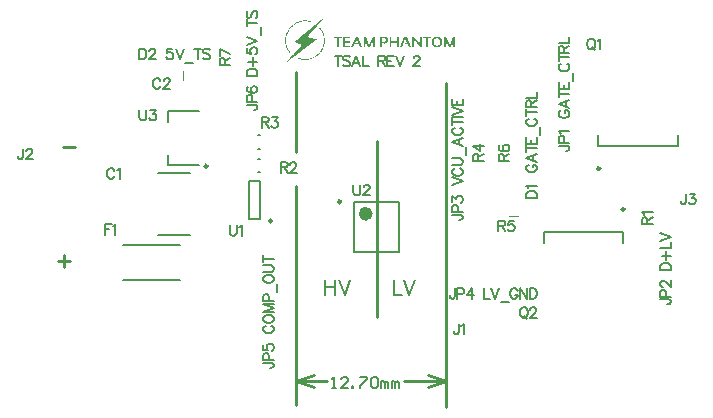
<source format=gto>
G04*
G04 #@! TF.GenerationSoftware,Altium Limited,Altium Designer,18.1.11 (251)*
G04*
G04 Layer_Color=65535*
%FSLAX25Y25*%
%MOIN*%
G70*
G01*
G75*
%ADD10C,0.00984*%
%ADD11C,0.02362*%
%ADD12C,0.00787*%
%ADD13C,0.00197*%
%ADD14C,0.01000*%
%ADD15C,0.00650*%
G36*
X101051Y130228D02*
X101148Y130214D01*
X101273D01*
X101398Y130186D01*
X101551Y130172D01*
X101870Y130117D01*
X102231Y130033D01*
X102620Y129922D01*
X103008Y129783D01*
X102911Y129520D01*
X102897D01*
X102869Y129534D01*
X102814Y129561D01*
X102731Y129575D01*
X102647Y129617D01*
X102536Y129645D01*
X102411Y129686D01*
X102272Y129714D01*
X101967Y129797D01*
X101620Y129867D01*
X101245Y129908D01*
X100857Y129936D01*
X100482D01*
X100357Y129922D01*
X100218D01*
X99899Y129894D01*
X99566Y129853D01*
X99205Y129783D01*
X98830Y129686D01*
X98816D01*
X98789Y129672D01*
X98733Y129659D01*
X98664Y129631D01*
X98580Y129603D01*
X98483Y129561D01*
X98233Y129464D01*
X97956Y129339D01*
X97650Y129187D01*
X97331Y129006D01*
X96998Y128798D01*
X96984D01*
X96956Y128770D01*
X96915Y128743D01*
X96859Y128687D01*
X96693Y128562D01*
X96498Y128382D01*
X96262Y128173D01*
X96013Y127910D01*
X95763Y127632D01*
X95513Y127313D01*
Y127299D01*
X95485Y127271D01*
X95457Y127230D01*
X95416Y127160D01*
X95360Y127077D01*
X95305Y126994D01*
X95235Y126883D01*
X95166Y126758D01*
X95013Y126480D01*
X94861Y126161D01*
X94708Y125814D01*
X94583Y125439D01*
Y125425D01*
X94569Y125397D01*
X94555Y125342D01*
X94541Y125259D01*
X94514Y125175D01*
X94486Y125064D01*
X94472Y124939D01*
X94444Y124801D01*
X94389Y124495D01*
X94347Y124162D01*
X94319Y123787D01*
Y123413D01*
Y123399D01*
Y123371D01*
Y123315D01*
X94333Y123246D01*
X94347Y123149D01*
Y123038D01*
X94361Y122913D01*
X94389Y122788D01*
X94430Y122483D01*
X94514Y122136D01*
X94597Y121789D01*
X94722Y121414D01*
Y121400D01*
X94736Y121372D01*
X94763Y121317D01*
X94791Y121247D01*
X94833Y121164D01*
X94874Y121053D01*
X94999Y120817D01*
X95138Y120539D01*
X95319Y120234D01*
X95541Y119915D01*
X95777Y119596D01*
X95541Y119429D01*
Y119415D01*
X95527Y119429D01*
X95513Y119457D01*
X95471Y119498D01*
X95430Y119568D01*
X95360Y119651D01*
X95291Y119748D01*
X95221Y119859D01*
X95138Y119984D01*
X94958Y120262D01*
X94777Y120581D01*
X94597Y120942D01*
X94444Y121317D01*
Y121331D01*
X94430Y121358D01*
X94416Y121414D01*
X94389Y121497D01*
X94361Y121580D01*
X94319Y121691D01*
X94292Y121816D01*
X94250Y121955D01*
X94180Y122274D01*
X94111Y122621D01*
X94055Y122996D01*
X94028Y123399D01*
Y123413D01*
Y123440D01*
Y123510D01*
Y123579D01*
Y123676D01*
X94042Y123787D01*
Y123926D01*
X94055Y124065D01*
X94083Y124384D01*
X94139Y124745D01*
X94208Y125134D01*
X94305Y125522D01*
Y125536D01*
X94319Y125564D01*
X94333Y125619D01*
X94361Y125703D01*
X94402Y125786D01*
X94430Y125897D01*
X94486Y126022D01*
X94541Y126161D01*
X94680Y126466D01*
X94833Y126799D01*
X95041Y127146D01*
X95263Y127493D01*
X95277Y127507D01*
X95291Y127535D01*
X95332Y127577D01*
X95388Y127646D01*
X95443Y127729D01*
X95527Y127813D01*
X95707Y128035D01*
X95943Y128271D01*
X96207Y128520D01*
X96512Y128784D01*
X96832Y129020D01*
X96845Y129034D01*
X96873Y129048D01*
X96929Y129076D01*
X96984Y129131D01*
X97067Y129173D01*
X97165Y129242D01*
X97290Y129312D01*
X97414Y129381D01*
X97692Y129534D01*
X98025Y129686D01*
X98372Y129839D01*
X98747Y129964D01*
X98761D01*
X98789Y129978D01*
X98844Y129992D01*
X98927Y130006D01*
X99025Y130033D01*
X99136Y130061D01*
X99260Y130089D01*
X99399Y130117D01*
X99719Y130172D01*
X100079Y130214D01*
X100468Y130242D01*
X100982D01*
X101051Y130228D01*
D02*
G37*
G36*
X131851Y121261D02*
X131212D01*
Y122760D01*
X129463D01*
Y121261D01*
X128811D01*
Y124801D01*
X129463D01*
Y123329D01*
X131212D01*
Y124801D01*
X131851D01*
Y121261D01*
D02*
G37*
G36*
X127479Y124787D02*
X127603Y124773D01*
X127728Y124745D01*
X127867Y124689D01*
X127992Y124634D01*
X128103Y124551D01*
X128117Y124537D01*
X128145Y124509D01*
X128186Y124440D01*
X128242Y124370D01*
X128297Y124259D01*
X128339Y124134D01*
X128367Y123982D01*
X128381Y123801D01*
Y123773D01*
Y123718D01*
X128367Y123607D01*
X128339Y123496D01*
X128284Y123357D01*
X128228Y123204D01*
X128131Y123066D01*
X128006Y122927D01*
X127992Y122913D01*
X127937Y122871D01*
X127853Y122816D01*
X127728Y122746D01*
X127576Y122677D01*
X127381Y122608D01*
X127159Y122538D01*
X126896Y122496D01*
X126798Y123066D01*
X126812D01*
X126868Y123079D01*
X126951Y123107D01*
X127048Y123135D01*
X127270Y123218D01*
X127367Y123274D01*
X127465Y123329D01*
X127479Y123343D01*
X127506Y123357D01*
X127534Y123399D01*
X127590Y123454D01*
X127659Y123593D01*
X127687Y123676D01*
X127701Y123773D01*
Y123787D01*
Y123815D01*
X127687Y123898D01*
X127659Y123995D01*
X127590Y124093D01*
X127576Y124107D01*
X127506Y124148D01*
X127409Y124190D01*
X127257Y124204D01*
X126368D01*
Y121261D01*
X125716D01*
Y124801D01*
X127381D01*
X127479Y124787D01*
D02*
G37*
G36*
X139596Y121261D02*
X138957D01*
X137083Y123884D01*
Y121261D01*
X136445D01*
Y124801D01*
X137111D01*
X138971Y122219D01*
Y124801D01*
X139596D01*
Y121261D01*
D02*
G37*
G36*
X150741D02*
X150131D01*
Y123732D01*
X149173Y121261D01*
X148618D01*
X147646Y123732D01*
Y121261D01*
X147036D01*
Y124801D01*
X147716D01*
X148909Y122122D01*
X150089Y124801D01*
X150741D01*
Y121261D01*
D02*
G37*
G36*
X123856D02*
X123259D01*
Y123732D01*
X122287Y121261D01*
X121732D01*
X120761Y123732D01*
Y121261D01*
X120150D01*
Y124801D01*
X120844D01*
X122024Y122122D01*
X123204Y124801D01*
X123856D01*
Y121261D01*
D02*
G37*
G36*
X142649Y124232D02*
X141650D01*
Y121261D01*
X140984D01*
Y124232D01*
X139971D01*
Y124801D01*
X142649D01*
Y124232D01*
D02*
G37*
G36*
X136029Y121261D02*
X135321D01*
X134918Y122219D01*
X133738D01*
X133974Y122788D01*
X134682D01*
X134127Y124120D01*
X132961Y121261D01*
X132295D01*
X133780Y124801D01*
X134488D01*
X136029Y121261D01*
D02*
G37*
G36*
X119734D02*
X119026D01*
X118623Y122219D01*
X117443D01*
X117665Y122788D01*
X118387D01*
X117832Y124120D01*
X116652Y121261D01*
X116000D01*
X117485Y124801D01*
X118193D01*
X119734Y121261D01*
D02*
G37*
G36*
X115667Y124232D02*
X113890D01*
Y123343D01*
X115569D01*
Y122760D01*
X113890D01*
Y121830D01*
X115694D01*
Y121261D01*
X113252D01*
Y124801D01*
X115667D01*
Y124232D01*
D02*
G37*
G36*
X112877D02*
X111850D01*
Y121261D01*
X111211D01*
Y124232D01*
X110198D01*
Y124801D01*
X112877D01*
Y124232D01*
D02*
G37*
G36*
X144967Y124787D02*
X145162Y124759D01*
X145370Y124703D01*
X145592Y124620D01*
X145800Y124509D01*
X145981Y124356D01*
X145994Y124343D01*
X146050Y124273D01*
X146119Y124176D01*
X146203Y124023D01*
X146286Y123843D01*
X146355Y123607D01*
X146411Y123343D01*
X146425Y123024D01*
Y123010D01*
Y122982D01*
Y122941D01*
Y122885D01*
X146397Y122719D01*
X146369Y122524D01*
X146314Y122302D01*
X146244Y122080D01*
X146133Y121872D01*
X145981Y121678D01*
X145967Y121664D01*
X145897Y121608D01*
X145800Y121539D01*
X145648Y121456D01*
X145467Y121372D01*
X145245Y121303D01*
X144981Y121247D01*
X144676Y121233D01*
X144593D01*
X144537Y121247D01*
X144384Y121261D01*
X144190Y121289D01*
X143982Y121344D01*
X143774Y121428D01*
X143565Y121525D01*
X143371Y121678D01*
X143357Y121705D01*
X143302Y121761D01*
X143232Y121872D01*
X143149Y122025D01*
X143066Y122205D01*
X142982Y122441D01*
X142927Y122705D01*
X142899Y123024D01*
Y123038D01*
Y123066D01*
Y123107D01*
X142913Y123177D01*
X142927Y123329D01*
X142955Y123524D01*
X143010Y123746D01*
X143094Y123968D01*
X143191Y124176D01*
X143343Y124356D01*
X143371Y124370D01*
X143427Y124426D01*
X143538Y124495D01*
X143676Y124592D01*
X143871Y124676D01*
X144093Y124745D01*
X144370Y124801D01*
X144676Y124814D01*
X144815D01*
X144967Y124787D01*
D02*
G37*
G36*
X105604Y127979D02*
X105618Y127951D01*
X105659Y127910D01*
X105715Y127854D01*
X105770Y127771D01*
X105840Y127674D01*
X105923Y127577D01*
X106006Y127452D01*
X106201Y127174D01*
X106381Y126869D01*
X106575Y126508D01*
X106742Y126133D01*
Y126119D01*
X106756Y126091D01*
X106783Y126036D01*
X106811Y125953D01*
X106839Y125855D01*
X106881Y125744D01*
X106922Y125619D01*
X106964Y125481D01*
X107047Y125161D01*
X107117Y124801D01*
X107186Y124412D01*
X107228Y123995D01*
Y123982D01*
Y123940D01*
Y123884D01*
Y123801D01*
Y123704D01*
Y123579D01*
Y123440D01*
X107214Y123288D01*
X107186Y122954D01*
X107144Y122580D01*
X107061Y122177D01*
X106964Y121775D01*
Y121761D01*
X106950Y121733D01*
X106936Y121664D01*
X106908Y121594D01*
X106867Y121497D01*
X106825Y121386D01*
X106783Y121261D01*
X106728Y121122D01*
X106589Y120817D01*
X106409Y120470D01*
X106214Y120123D01*
X105978Y119776D01*
X105965Y119762D01*
X105951Y119734D01*
X105909Y119693D01*
X105867Y119623D01*
X105798Y119554D01*
X105729Y119457D01*
X105534Y119249D01*
X105312Y118999D01*
X105035Y118735D01*
X104729Y118471D01*
X104396Y118221D01*
X104382Y118208D01*
X104355Y118194D01*
X104299Y118166D01*
X104230Y118110D01*
X104146Y118055D01*
X104049Y117999D01*
X103924Y117930D01*
X103799Y117861D01*
X103494Y117708D01*
X103161Y117555D01*
X102786Y117403D01*
X102383Y117278D01*
X102370D01*
X102314Y117264D01*
X102231Y117236D01*
X102120Y117208D01*
X101981Y117180D01*
X101828Y117153D01*
X101509Y117097D01*
X101495D01*
X101440Y117083D01*
X101342D01*
X101232Y117069D01*
X101107Y117055D01*
X100954D01*
X100621Y117042D01*
X100510D01*
X100385Y117055D01*
X100218D01*
X100024Y117069D01*
X99802Y117097D01*
X99580Y117125D01*
X99330Y117167D01*
X99302D01*
X99219Y117194D01*
X99094Y117222D01*
X98927Y117264D01*
X98733Y117319D01*
X98525Y117389D01*
X98081Y117555D01*
X98192Y117819D01*
X98206D01*
X98233Y117805D01*
X98289Y117777D01*
X98372Y117750D01*
X98469Y117722D01*
X98567Y117680D01*
X98691Y117639D01*
X98844Y117597D01*
X99150Y117514D01*
X99510Y117430D01*
X99885Y117375D01*
X100274Y117333D01*
X100787D01*
X100940Y117347D01*
X101245Y117361D01*
X101592Y117403D01*
X101967Y117472D01*
X102342Y117555D01*
X102356D01*
X102383Y117569D01*
X102439Y117583D01*
X102508Y117611D01*
X102606Y117639D01*
X102703Y117680D01*
X102953Y117777D01*
X103244Y117902D01*
X103563Y118055D01*
X103896Y118235D01*
X104230Y118444D01*
X104243Y118457D01*
X104271Y118471D01*
X104313Y118499D01*
X104382Y118555D01*
X104452Y118610D01*
X104535Y118679D01*
X104743Y118860D01*
X104993Y119082D01*
X105243Y119332D01*
X105507Y119623D01*
X105756Y119956D01*
X105770Y119970D01*
X105784Y119998D01*
X105812Y120040D01*
X105867Y120109D01*
X105909Y120192D01*
X105978Y120290D01*
X106048Y120401D01*
X106117Y120526D01*
X106270Y120817D01*
X106423Y121150D01*
X106575Y121511D01*
X106700Y121886D01*
Y121900D01*
X106714Y121927D01*
X106728Y121983D01*
X106742Y122066D01*
X106770Y122150D01*
X106783Y122260D01*
X106811Y122385D01*
X106839Y122524D01*
X106881Y122844D01*
X106922Y123190D01*
X106936Y123551D01*
Y123940D01*
Y123954D01*
Y123982D01*
Y124037D01*
X106922Y124120D01*
X106908Y124204D01*
Y124315D01*
X106881Y124440D01*
X106867Y124578D01*
X106811Y124884D01*
X106728Y125231D01*
X106631Y125592D01*
X106492Y125967D01*
Y125980D01*
X106478Y126008D01*
X106450Y126064D01*
X106423Y126133D01*
X106381Y126230D01*
X106325Y126327D01*
X106201Y126577D01*
X106048Y126855D01*
X105853Y127160D01*
X105631Y127479D01*
X105368Y127799D01*
X105590Y127993D01*
X105604Y127979D01*
D02*
G37*
G36*
X106756Y130949D02*
Y130922D01*
X106770Y130908D01*
Y130880D01*
X106756Y130866D01*
X106742Y130852D01*
X106700Y130811D01*
X106659Y130755D01*
X106520Y130602D01*
X106353Y130408D01*
X106145Y130186D01*
X105923Y129922D01*
X105673Y129659D01*
X105423Y129367D01*
X105409Y129353D01*
X105395Y129339D01*
X105354Y129298D01*
X105312Y129242D01*
X105173Y129089D01*
X104993Y128895D01*
X104799Y128659D01*
X104563Y128395D01*
X104313Y128132D01*
X104063Y127840D01*
X104049Y127826D01*
X104035Y127813D01*
X103994Y127771D01*
X103952Y127715D01*
X103813Y127563D01*
X103633Y127368D01*
X103425Y127132D01*
X103202Y126869D01*
X102953Y126591D01*
X102689Y126300D01*
X102675Y126286D01*
X102661Y126272D01*
X102620Y126230D01*
X102578Y126175D01*
X102439Y126022D01*
X102259Y125828D01*
X102050Y125592D01*
X101828Y125328D01*
X101578Y125064D01*
X101315Y124773D01*
X101329D01*
X101356Y124759D01*
X101398Y124745D01*
X101454Y124731D01*
X101523Y124717D01*
X101606Y124689D01*
X101814Y124634D01*
X102064Y124565D01*
X102328Y124495D01*
X102620Y124412D01*
X102925Y124329D01*
X102939D01*
X102966Y124315D01*
X103008D01*
X103064Y124287D01*
X103133Y124273D01*
X103216Y124245D01*
X103425Y124204D01*
X103674Y124134D01*
X103952Y124065D01*
X104243Y123982D01*
X104549Y123898D01*
X104535Y123884D01*
X104493Y123857D01*
X104424Y123801D01*
X104327Y123732D01*
X104202Y123649D01*
X104063Y123538D01*
X103910Y123426D01*
X103730Y123288D01*
X103536Y123149D01*
X103327Y122996D01*
X102883Y122663D01*
X102411Y122302D01*
X101926Y121927D01*
X101912Y121914D01*
X101870Y121886D01*
X101801Y121830D01*
X101703Y121761D01*
X101578Y121664D01*
X101440Y121566D01*
X101287Y121442D01*
X101107Y121317D01*
X100926Y121164D01*
X100718Y121011D01*
X100274Y120678D01*
X99802Y120331D01*
X99316Y119956D01*
X99302Y119943D01*
X99260Y119915D01*
X99191Y119859D01*
X99094Y119790D01*
X98983Y119707D01*
X98844Y119596D01*
X98678Y119484D01*
X98511Y119346D01*
X98317Y119207D01*
X98122Y119054D01*
X97678Y118721D01*
X97206Y118374D01*
X96720Y118013D01*
X96707Y117999D01*
X96665Y117972D01*
X96596Y117916D01*
X96498Y117847D01*
X96373Y117763D01*
X96235Y117652D01*
X96082Y117541D01*
X95902Y117403D01*
X95721Y117264D01*
X95513Y117111D01*
X95069Y116778D01*
X94611Y116431D01*
X94125Y116070D01*
X94111Y116084D01*
X94097Y116112D01*
Y116126D01*
Y116139D01*
X94111Y116153D01*
X94125Y116167D01*
X94167Y116209D01*
X94222Y116264D01*
X94347Y116417D01*
X94527Y116611D01*
X94736Y116833D01*
X94972Y117083D01*
X95221Y117347D01*
X95485Y117625D01*
X95499Y117639D01*
X95513Y117652D01*
X95555Y117694D01*
X95610Y117750D01*
X95735Y117902D01*
X95915Y118096D01*
X96124Y118319D01*
X96360Y118568D01*
X96609Y118832D01*
X96873Y119110D01*
X96887Y119124D01*
X96901Y119138D01*
X96943Y119179D01*
X96998Y119235D01*
X97137Y119387D01*
X97317Y119582D01*
X97526Y119804D01*
X97775Y120068D01*
X98025Y120345D01*
X98289Y120623D01*
X98303Y120637D01*
X98317Y120650D01*
X98358Y120692D01*
X98414Y120748D01*
X98553Y120900D01*
X98719Y121095D01*
X98941Y121317D01*
X99177Y121580D01*
X99427Y121858D01*
X99691Y122136D01*
X99677D01*
X99663Y122150D01*
X99580Y122177D01*
X99441Y122219D01*
X99274Y122274D01*
X99066Y122344D01*
X98844Y122427D01*
X98608Y122496D01*
X98358Y122580D01*
X98344D01*
X98331Y122594D01*
X98247Y122621D01*
X98122Y122663D01*
X97942Y122719D01*
X97748Y122788D01*
X97526Y122871D01*
X97276Y122954D01*
X97026Y123038D01*
X97040Y123052D01*
X97081Y123079D01*
X97151Y123135D01*
X97234Y123204D01*
X97345Y123301D01*
X97484Y123413D01*
X97637Y123524D01*
X97789Y123662D01*
X97970Y123815D01*
X98164Y123968D01*
X98580Y124301D01*
X99011Y124662D01*
X99469Y125037D01*
X99483Y125050D01*
X99524Y125078D01*
X99594Y125134D01*
X99677Y125203D01*
X99788Y125300D01*
X99913Y125397D01*
X100066Y125522D01*
X100232Y125647D01*
X100413Y125800D01*
X100593Y125953D01*
X101009Y126286D01*
X101454Y126647D01*
X101898Y127007D01*
X101912Y127021D01*
X101953Y127049D01*
X102023Y127105D01*
X102106Y127174D01*
X102217Y127271D01*
X102342Y127382D01*
X102495Y127493D01*
X102661Y127632D01*
X102842Y127771D01*
X103022Y127937D01*
X103438Y128271D01*
X103883Y128631D01*
X104327Y128992D01*
X104341Y129006D01*
X104382Y129034D01*
X104452Y129089D01*
X104535Y129159D01*
X104646Y129256D01*
X104771Y129353D01*
X104924Y129478D01*
X105076Y129603D01*
X105257Y129756D01*
X105451Y129908D01*
X105853Y130242D01*
X106298Y130602D01*
X106742Y130963D01*
X106756Y130949D01*
D02*
G37*
%LPC*%
G36*
X144676Y124259D02*
X144579D01*
X144482Y124245D01*
X144370Y124218D01*
X144232Y124176D01*
X144093Y124120D01*
X143954Y124051D01*
X143843Y123940D01*
X143829Y123926D01*
X143801Y123884D01*
X143760Y123815D01*
X143718Y123718D01*
X143663Y123579D01*
X143621Y123426D01*
X143593Y123246D01*
X143579Y123038D01*
Y123010D01*
Y122941D01*
X143593Y122830D01*
X143607Y122691D01*
X143649Y122552D01*
X143690Y122399D01*
X143760Y122247D01*
X143843Y122122D01*
X143857Y122108D01*
X143899Y122080D01*
X143954Y122025D01*
X144051Y121969D01*
X144162Y121914D01*
X144315Y121858D01*
X144482Y121830D01*
X144676Y121816D01*
X144759D01*
X144856Y121830D01*
X144967Y121858D01*
X145106Y121886D01*
X145231Y121941D01*
X145356Y122025D01*
X145467Y122122D01*
X145481Y122136D01*
X145509Y122177D01*
X145550Y122247D01*
X145606Y122358D01*
X145661Y122483D01*
X145703Y122635D01*
X145731Y122830D01*
X145745Y123038D01*
Y123052D01*
Y123066D01*
Y123135D01*
X145731Y123246D01*
X145717Y123371D01*
X145675Y123524D01*
X145634Y123676D01*
X145564Y123815D01*
X145467Y123940D01*
X145453Y123954D01*
X145412Y123995D01*
X145356Y124037D01*
X145273Y124107D01*
X145162Y124162D01*
X145023Y124204D01*
X144856Y124245D01*
X144676Y124259D01*
D02*
G37*
%LPD*%
D10*
X68194Y81653D02*
G03*
X68194Y81653I-492J0D01*
G01*
X89665Y63386D02*
G03*
X89665Y63386I-492J0D01*
G01*
X207187Y67238D02*
G03*
X207187Y67238I-492J0D01*
G01*
X112598Y69764D02*
G03*
X112598Y69764I-492J0D01*
G01*
X198998Y80821D02*
G03*
X198998Y80821I-492J0D01*
G01*
D11*
X122047Y65748D02*
G03*
X122047Y65748I-1181J0D01*
G01*
D12*
X54907Y81850D02*
X65143D01*
X54907D02*
Y85394D01*
Y99961D02*
X65143D01*
X54907Y96417D02*
Y99961D01*
X82087Y64173D02*
X85630D01*
X82087Y76772D02*
X85630D01*
Y64173D02*
Y76772D01*
X82087Y64173D02*
Y76772D01*
X84890Y84153D02*
X85677D01*
X84890Y79626D02*
X85677D01*
X40067Y43516D02*
X58965D01*
X40067Y55484D02*
X58965D01*
X206735Y56018D02*
Y59758D01*
X180357D02*
X206735D01*
X180357Y56018D02*
Y59758D01*
X51685Y58764D02*
X62315D01*
X51685Y79236D02*
X62315D01*
X116929Y53150D02*
Y69685D01*
X131890Y53150D02*
Y69685D01*
X116929D02*
X131890D01*
X116929Y53150D02*
X131890D01*
X224845Y88301D02*
Y92041D01*
X198467Y88301D02*
X224845D01*
X198467D02*
Y92041D01*
X84890Y87500D02*
X85677D01*
X84890Y92028D02*
X85677D01*
D13*
X59876Y110450D02*
Y113403D01*
X168729Y64934D02*
X171682D01*
D14*
X97500Y86500D02*
Y113000D01*
X147500Y1500D02*
Y109500D01*
X97500Y2000D02*
Y75000D01*
X124500Y61500D02*
Y90000D01*
Y31500D02*
Y61500D01*
X141500Y8150D02*
X147500Y10150D01*
X141500Y12150D02*
X147500Y10150D01*
X97500D02*
X103500Y12150D01*
X97500Y10150D02*
X103500Y8150D01*
X133580Y10150D02*
X147500D01*
X97500D02*
X108120D01*
X147500Y3000D02*
Y11150D01*
X97500Y3500D02*
Y11150D01*
X20000Y88100D02*
X23999D01*
X18150Y50099D02*
X22149D01*
X20149Y52099D02*
Y48100D01*
D15*
X107201Y43606D02*
Y38607D01*
X110534Y43606D02*
Y38607D01*
X107201Y41225D02*
X110534D01*
X111915Y43606D02*
X113819Y38607D01*
X115723Y43606D02*
X113819Y38607D01*
X130150Y43649D02*
Y38650D01*
X133007D01*
X133554Y43649D02*
X135458Y38650D01*
X137363Y43649D02*
X135458Y38650D01*
X111666Y118499D02*
Y115000D01*
X110500Y118499D02*
X112833D01*
X115582Y117999D02*
X115249Y118333D01*
X114749Y118499D01*
X114083D01*
X113583Y118333D01*
X113249Y117999D01*
Y117666D01*
X113416Y117333D01*
X113583Y117166D01*
X113916Y117000D01*
X114916Y116666D01*
X115249Y116500D01*
X115416Y116333D01*
X115582Y116000D01*
Y115500D01*
X115249Y115167D01*
X114749Y115000D01*
X114083D01*
X113583Y115167D01*
X113249Y115500D01*
X119032Y115000D02*
X117699Y118499D01*
X116365Y115000D01*
X116865Y116166D02*
X118532D01*
X119848Y118499D02*
Y115000D01*
X121848D01*
X124980Y118499D02*
Y115000D01*
Y118499D02*
X126480D01*
X126980Y118333D01*
X127146Y118166D01*
X127313Y117833D01*
Y117499D01*
X127146Y117166D01*
X126980Y117000D01*
X126480Y116833D01*
X124980D01*
X126147D02*
X127313Y115000D01*
X130262Y118499D02*
X128096D01*
Y115000D01*
X130262D01*
X128096Y116833D02*
X129429D01*
X130846Y118499D02*
X132179Y115000D01*
X133512Y118499D02*
X132179Y115000D01*
X136878Y117666D02*
Y117833D01*
X137044Y118166D01*
X137211Y118333D01*
X137544Y118499D01*
X138211D01*
X138544Y118333D01*
X138711Y118166D01*
X138877Y117833D01*
Y117499D01*
X138711Y117166D01*
X138377Y116666D01*
X136711Y115000D01*
X139044D01*
X109770Y7751D02*
X110936D01*
X110353D01*
Y11249D01*
X109770Y10666D01*
X115019Y7751D02*
X112686D01*
X115019Y10083D01*
Y10666D01*
X114435Y11249D01*
X113269D01*
X112686Y10666D01*
X116185Y7751D02*
Y8334D01*
X116768D01*
Y7751D01*
X116185D01*
X119101Y11249D02*
X121433D01*
Y10666D01*
X119101Y8334D01*
Y7751D01*
X122599Y10666D02*
X123183Y11249D01*
X124349D01*
X124932Y10666D01*
Y8334D01*
X124349Y7751D01*
X123183D01*
X122599Y8334D01*
Y10666D01*
X126098Y7751D02*
Y10083D01*
X126681D01*
X127265Y9500D01*
Y7751D01*
Y9500D01*
X127848Y10083D01*
X128431Y9500D01*
Y7751D01*
X129597D02*
Y10083D01*
X130180D01*
X130763Y9500D01*
Y7751D01*
Y9500D01*
X131347Y10083D01*
X131930Y9500D01*
Y7751D01*
X149717Y65471D02*
X152383D01*
X152883Y65304D01*
X153050Y65137D01*
X153216Y64804D01*
Y64471D01*
X153050Y64138D01*
X152883Y63971D01*
X152383Y63804D01*
X152050D01*
X151550Y66370D02*
Y67870D01*
X151383Y68370D01*
X151217Y68537D01*
X150884Y68703D01*
X150384D01*
X150050Y68537D01*
X149884Y68370D01*
X149717Y67870D01*
Y66370D01*
X153216D01*
X149717Y69820D02*
Y71653D01*
X151050Y70653D01*
Y71153D01*
X151217Y71486D01*
X151383Y71653D01*
X151883Y71819D01*
X152217D01*
X152717Y71653D01*
X153050Y71319D01*
X153216Y70819D01*
Y70320D01*
X153050Y69820D01*
X152883Y69653D01*
X152550Y69486D01*
X149717Y75352D02*
X153216Y76685D01*
X149717Y78018D02*
X153216Y76685D01*
X150550Y80967D02*
X150217Y80801D01*
X149884Y80467D01*
X149717Y80134D01*
Y79468D01*
X149884Y79134D01*
X150217Y78801D01*
X150550Y78635D01*
X151050Y78468D01*
X151883D01*
X152383Y78635D01*
X152717Y78801D01*
X153050Y79134D01*
X153216Y79468D01*
Y80134D01*
X153050Y80467D01*
X152717Y80801D01*
X152383Y80967D01*
X149717Y81950D02*
X152217D01*
X152717Y82117D01*
X153050Y82450D01*
X153216Y82950D01*
Y83284D01*
X153050Y83783D01*
X152717Y84117D01*
X152217Y84283D01*
X149717D01*
X154383Y85250D02*
Y87916D01*
X153216Y91032D02*
X149717Y89699D01*
X153216Y88366D01*
X152050Y88866D02*
Y90532D01*
X150550Y94348D02*
X150217Y94181D01*
X149884Y93848D01*
X149717Y93515D01*
Y92848D01*
X149884Y92515D01*
X150217Y92182D01*
X150550Y92015D01*
X151050Y91848D01*
X151883D01*
X152383Y92015D01*
X152717Y92182D01*
X153050Y92515D01*
X153216Y92848D01*
Y93515D01*
X153050Y93848D01*
X152717Y94181D01*
X152383Y94348D01*
X149717Y96497D02*
X153216D01*
X149717Y95331D02*
Y97664D01*
Y98080D02*
X153216D01*
X149717Y98813D02*
X153216Y100147D01*
X149717Y101480D02*
X153216Y100147D01*
X149717Y104096D02*
Y101929D01*
X153216D01*
Y104096D01*
X151383Y101929D02*
Y103263D01*
X185217Y88495D02*
X187883D01*
X188383Y88329D01*
X188550Y88162D01*
X188716Y87829D01*
Y87496D01*
X188550Y87162D01*
X188383Y86996D01*
X187883Y86829D01*
X187550D01*
X187050Y89395D02*
Y90895D01*
X186883Y91395D01*
X186717Y91561D01*
X186384Y91728D01*
X185884D01*
X185550Y91561D01*
X185384Y91395D01*
X185217Y90895D01*
Y89395D01*
X188716D01*
X185884Y92511D02*
X185717Y92844D01*
X185217Y93344D01*
X188716D01*
X186050Y100326D02*
X185717Y100160D01*
X185384Y99826D01*
X185217Y99493D01*
Y98826D01*
X185384Y98493D01*
X185717Y98160D01*
X186050Y97993D01*
X186550Y97827D01*
X187383D01*
X187883Y97993D01*
X188216Y98160D01*
X188550Y98493D01*
X188716Y98826D01*
Y99493D01*
X188550Y99826D01*
X188216Y100160D01*
X187883Y100326D01*
X187383D01*
Y99493D02*
Y100326D01*
X188716Y103792D02*
X185217Y102459D01*
X188716Y101126D01*
X187550Y101626D02*
Y103292D01*
X185217Y105775D02*
X188716D01*
X185217Y104609D02*
Y106941D01*
Y109524D02*
Y107358D01*
X188716D01*
Y109524D01*
X186883Y107358D02*
Y108691D01*
X189883Y110107D02*
Y112774D01*
X186050Y115723D02*
X185717Y115556D01*
X185384Y115223D01*
X185217Y114890D01*
Y114223D01*
X185384Y113890D01*
X185717Y113557D01*
X186050Y113390D01*
X186550Y113223D01*
X187383D01*
X187883Y113390D01*
X188216Y113557D01*
X188550Y113890D01*
X188716Y114223D01*
Y114890D01*
X188550Y115223D01*
X188216Y115556D01*
X187883Y115723D01*
X185217Y117872D02*
X188716D01*
X185217Y116706D02*
Y119039D01*
Y119455D02*
X188716D01*
X185217D02*
Y120955D01*
X185384Y121455D01*
X185550Y121622D01*
X185884Y121788D01*
X186217D01*
X186550Y121622D01*
X186717Y121455D01*
X186883Y120955D01*
Y119455D01*
Y120622D02*
X188716Y121788D01*
X185217Y122571D02*
X188716D01*
Y124571D01*
X151866Y29049D02*
Y26383D01*
X151700Y25883D01*
X151533Y25717D01*
X151200Y25550D01*
X150866D01*
X150533Y25717D01*
X150367Y25883D01*
X150200Y26383D01*
Y26716D01*
X152766Y28383D02*
X153099Y28549D01*
X153599Y29049D01*
Y25550D01*
X150516Y40949D02*
Y38283D01*
X150350Y37783D01*
X150183Y37617D01*
X149850Y37450D01*
X149516D01*
X149183Y37617D01*
X149017Y37783D01*
X148850Y38283D01*
Y38616D01*
X151416Y39116D02*
X152916D01*
X153416Y39283D01*
X153582Y39450D01*
X153749Y39783D01*
Y40283D01*
X153582Y40616D01*
X153416Y40783D01*
X152916Y40949D01*
X151416D01*
Y37450D01*
X156198Y40949D02*
X154532Y38616D01*
X157032D01*
X156198Y40949D02*
Y37450D01*
X160398Y40949D02*
Y37450D01*
X162397D01*
X162780Y40949D02*
X164113Y37450D01*
X165446Y40949D02*
X164113Y37450D01*
X165896Y36284D02*
X168562D01*
X171512Y40116D02*
X171345Y40449D01*
X171012Y40783D01*
X170679Y40949D01*
X170012D01*
X169679Y40783D01*
X169346Y40449D01*
X169179Y40116D01*
X169012Y39616D01*
Y38783D01*
X169179Y38283D01*
X169346Y37950D01*
X169679Y37617D01*
X170012Y37450D01*
X170679D01*
X171012Y37617D01*
X171345Y37950D01*
X171512Y38283D01*
Y38783D01*
X170679D02*
X171512D01*
X172312Y40949D02*
Y37450D01*
Y40949D02*
X174644Y37450D01*
Y40949D02*
Y37450D01*
X175611Y40949D02*
Y37450D01*
Y40949D02*
X176777D01*
X177277Y40783D01*
X177611Y40449D01*
X177777Y40116D01*
X177944Y39616D01*
Y38783D01*
X177777Y38283D01*
X177611Y37950D01*
X177277Y37617D01*
X176777Y37450D01*
X175611D01*
X92520Y82999D02*
Y79500D01*
Y82999D02*
X94019D01*
X94519Y82833D01*
X94686Y82666D01*
X94853Y82333D01*
Y81999D01*
X94686Y81666D01*
X94519Y81500D01*
X94019Y81333D01*
X92520D01*
X93686D02*
X94853Y79500D01*
X95802Y82166D02*
Y82333D01*
X95969Y82666D01*
X96136Y82833D01*
X96469Y82999D01*
X97135D01*
X97469Y82833D01*
X97635Y82666D01*
X97802Y82333D01*
Y81999D01*
X97635Y81666D01*
X97302Y81166D01*
X95636Y79500D01*
X97969D01*
X45450Y100349D02*
Y97850D01*
X45617Y97350D01*
X45950Y97017D01*
X46450Y96850D01*
X46783D01*
X47283Y97017D01*
X47616Y97350D01*
X47783Y97850D01*
Y100349D01*
X49082D02*
X50915D01*
X49916Y99016D01*
X50416D01*
X50749Y98850D01*
X50915Y98683D01*
X51082Y98183D01*
Y97850D01*
X50915Y97350D01*
X50582Y97017D01*
X50082Y96850D01*
X49582D01*
X49082Y97017D01*
X48916Y97183D01*
X48749Y97517D01*
X116703Y75393D02*
Y72893D01*
X116870Y72393D01*
X117203Y72060D01*
X117703Y71894D01*
X118036D01*
X118536Y72060D01*
X118870Y72393D01*
X119036Y72893D01*
Y75393D01*
X120169Y74560D02*
Y74726D01*
X120336Y75059D01*
X120503Y75226D01*
X120836Y75393D01*
X121502D01*
X121836Y75226D01*
X122002Y75059D01*
X122169Y74726D01*
Y74393D01*
X122002Y74060D01*
X121669Y73560D01*
X120003Y71894D01*
X122336D01*
X75500Y61849D02*
Y59350D01*
X75667Y58850D01*
X76000Y58517D01*
X76500Y58350D01*
X76833D01*
X77333Y58517D01*
X77666Y58850D01*
X77833Y59350D01*
Y61849D01*
X78799Y61183D02*
X79133Y61349D01*
X79632Y61849D01*
Y58350D01*
X72251Y115350D02*
X75750D01*
X72251D02*
Y116850D01*
X72417Y117350D01*
X72584Y117516D01*
X72917Y117683D01*
X73251D01*
X73584Y117516D01*
X73750Y117350D01*
X73917Y116850D01*
Y115350D01*
Y116516D02*
X75750Y117683D01*
X72251Y120799D02*
X75750Y119132D01*
X72251Y118466D02*
Y120799D01*
X165251Y83450D02*
X168750D01*
X165251D02*
Y84950D01*
X165417Y85450D01*
X165584Y85616D01*
X165917Y85783D01*
X166251D01*
X166584Y85616D01*
X166750Y85450D01*
X166917Y84950D01*
Y83450D01*
Y84616D02*
X168750Y85783D01*
X165751Y88566D02*
X165417Y88399D01*
X165251Y87899D01*
Y87566D01*
X165417Y87066D01*
X165917Y86733D01*
X166750Y86566D01*
X167584D01*
X168250Y86733D01*
X168583Y87066D01*
X168750Y87566D01*
Y87732D01*
X168583Y88232D01*
X168250Y88566D01*
X167750Y88732D01*
X167584D01*
X167084Y88566D01*
X166750Y88232D01*
X166584Y87732D01*
Y87566D01*
X166750Y87066D01*
X167084Y86733D01*
X167584Y86566D01*
X165050Y63399D02*
Y59900D01*
Y63399D02*
X166550D01*
X167050Y63233D01*
X167216Y63066D01*
X167383Y62733D01*
Y62400D01*
X167216Y62066D01*
X167050Y61900D01*
X166550Y61733D01*
X165050D01*
X166216D02*
X167383Y59900D01*
X170166Y63399D02*
X168499D01*
X168333Y61900D01*
X168499Y62066D01*
X168999Y62233D01*
X169499D01*
X169999Y62066D01*
X170332Y61733D01*
X170499Y61233D01*
Y60900D01*
X170332Y60400D01*
X169999Y60067D01*
X169499Y59900D01*
X168999D01*
X168499Y60067D01*
X168333Y60233D01*
X168166Y60567D01*
X156651Y83400D02*
X160150D01*
X156651D02*
Y84900D01*
X156817Y85400D01*
X156984Y85566D01*
X157317Y85733D01*
X157650D01*
X157984Y85566D01*
X158150Y85400D01*
X158317Y84900D01*
Y83400D01*
Y84566D02*
X160150Y85733D01*
X156651Y88182D02*
X158984Y86516D01*
Y89016D01*
X156651Y88182D02*
X160150D01*
X86200Y97849D02*
Y94350D01*
Y97849D02*
X87700D01*
X88200Y97683D01*
X88366Y97516D01*
X88533Y97183D01*
Y96850D01*
X88366Y96516D01*
X88200Y96350D01*
X87700Y96183D01*
X86200D01*
X87366D02*
X88533Y94350D01*
X89649Y97849D02*
X91482D01*
X90482Y96516D01*
X90982D01*
X91316Y96350D01*
X91482Y96183D01*
X91649Y95683D01*
Y95350D01*
X91482Y94850D01*
X91149Y94517D01*
X90649Y94350D01*
X90149D01*
X89649Y94517D01*
X89483Y94683D01*
X89316Y95016D01*
X213001Y62250D02*
X216500D01*
X213001D02*
Y63750D01*
X213167Y64250D01*
X213334Y64416D01*
X213667Y64583D01*
X214001D01*
X214334Y64416D01*
X214500Y64250D01*
X214667Y63750D01*
Y62250D01*
Y63416D02*
X216500Y64583D01*
X213667Y65366D02*
X213501Y65699D01*
X213001Y66199D01*
X216500D01*
X173150Y34649D02*
X172817Y34483D01*
X172483Y34149D01*
X172317Y33816D01*
X172150Y33316D01*
Y32483D01*
X172317Y31983D01*
X172483Y31650D01*
X172817Y31317D01*
X173150Y31150D01*
X173816D01*
X174150Y31317D01*
X174483Y31650D01*
X174650Y31983D01*
X174816Y32483D01*
Y33316D01*
X174650Y33816D01*
X174483Y34149D01*
X174150Y34483D01*
X173816Y34649D01*
X173150D01*
X173650Y31817D02*
X174650Y30817D01*
X175799Y33816D02*
Y33983D01*
X175966Y34316D01*
X176133Y34483D01*
X176466Y34649D01*
X177132D01*
X177465Y34483D01*
X177632Y34316D01*
X177799Y33983D01*
Y33650D01*
X177632Y33316D01*
X177299Y32816D01*
X175633Y31150D01*
X177965D01*
X195750Y124049D02*
X195416Y123883D01*
X195083Y123549D01*
X194917Y123216D01*
X194750Y122716D01*
Y121883D01*
X194917Y121383D01*
X195083Y121050D01*
X195416Y120717D01*
X195750Y120550D01*
X196416D01*
X196750Y120717D01*
X197083Y121050D01*
X197249Y121383D01*
X197416Y121883D01*
Y122716D01*
X197249Y123216D01*
X197083Y123549D01*
X196750Y123883D01*
X196416Y124049D01*
X195750D01*
X196250Y121216D02*
X197249Y120217D01*
X198233Y123383D02*
X198566Y123549D01*
X199066Y124049D01*
Y120550D01*
X81251Y102116D02*
X83917D01*
X84417Y101950D01*
X84583Y101783D01*
X84750Y101450D01*
Y101117D01*
X84583Y100783D01*
X84417Y100617D01*
X83917Y100450D01*
X83584D01*
X83084Y103016D02*
Y104516D01*
X82917Y105016D01*
X82750Y105182D01*
X82417Y105349D01*
X81917D01*
X81584Y105182D01*
X81417Y105016D01*
X81251Y104516D01*
Y103016D01*
X84750D01*
X81751Y108132D02*
X81417Y107965D01*
X81251Y107465D01*
Y107132D01*
X81417Y106632D01*
X81917Y106299D01*
X82750Y106132D01*
X83584D01*
X84250Y106299D01*
X84583Y106632D01*
X84750Y107132D01*
Y107299D01*
X84583Y107798D01*
X84250Y108132D01*
X83750Y108298D01*
X83584D01*
X83084Y108132D01*
X82750Y107798D01*
X82584Y107299D01*
Y107132D01*
X82750Y106632D01*
X83084Y106299D01*
X83584Y106132D01*
X81251Y111814D02*
X84750D01*
X81251D02*
Y112981D01*
X81417Y113480D01*
X81751Y113814D01*
X82084Y113980D01*
X82584Y114147D01*
X83417D01*
X83917Y113980D01*
X84250Y113814D01*
X84583Y113480D01*
X84750Y112981D01*
Y111814D01*
X81751Y116430D02*
X84750D01*
X83250Y114930D02*
Y117930D01*
X81251Y120962D02*
Y119296D01*
X82750Y119129D01*
X82584Y119296D01*
X82417Y119796D01*
Y120296D01*
X82584Y120796D01*
X82917Y121129D01*
X83417Y121295D01*
X83750D01*
X84250Y121129D01*
X84583Y120796D01*
X84750Y120296D01*
Y119796D01*
X84583Y119296D01*
X84417Y119129D01*
X84083Y118963D01*
X81251Y122079D02*
X84750Y123412D01*
X81251Y124745D02*
X84750Y123412D01*
X85916Y125195D02*
Y127861D01*
X81251Y129477D02*
X84750D01*
X81251Y128311D02*
Y130643D01*
X81751Y133393D02*
X81417Y133060D01*
X81251Y132560D01*
Y131893D01*
X81417Y131393D01*
X81751Y131060D01*
X82084D01*
X82417Y131227D01*
X82584Y131393D01*
X82750Y131727D01*
X83084Y132726D01*
X83250Y133060D01*
X83417Y133226D01*
X83750Y133393D01*
X84250D01*
X84583Y133060D01*
X84750Y132560D01*
Y131893D01*
X84583Y131393D01*
X84250Y131060D01*
X86801Y16016D02*
X89467D01*
X89967Y15850D01*
X90133Y15683D01*
X90300Y15350D01*
Y15017D01*
X90133Y14683D01*
X89967Y14517D01*
X89467Y14350D01*
X89134D01*
X88634Y16916D02*
Y18416D01*
X88467Y18916D01*
X88300Y19082D01*
X87967Y19249D01*
X87467D01*
X87134Y19082D01*
X86967Y18916D01*
X86801Y18416D01*
Y16916D01*
X90300D01*
X86801Y22032D02*
Y20365D01*
X88300Y20199D01*
X88134Y20365D01*
X87967Y20865D01*
Y21365D01*
X88134Y21865D01*
X88467Y22198D01*
X88967Y22365D01*
X89300D01*
X89800Y22198D01*
X90133Y21865D01*
X90300Y21365D01*
Y20865D01*
X90133Y20365D01*
X89967Y20199D01*
X89634Y20032D01*
X87634Y28397D02*
X87301Y28230D01*
X86967Y27897D01*
X86801Y27564D01*
Y26897D01*
X86967Y26564D01*
X87301Y26231D01*
X87634Y26064D01*
X88134Y25897D01*
X88967D01*
X89467Y26064D01*
X89800Y26231D01*
X90133Y26564D01*
X90300Y26897D01*
Y27564D01*
X90133Y27897D01*
X89800Y28230D01*
X89467Y28397D01*
X86801Y30380D02*
X86967Y30047D01*
X87301Y29713D01*
X87634Y29547D01*
X88134Y29380D01*
X88967D01*
X89467Y29547D01*
X89800Y29713D01*
X90133Y30047D01*
X90300Y30380D01*
Y31046D01*
X90133Y31380D01*
X89800Y31713D01*
X89467Y31880D01*
X88967Y32046D01*
X88134D01*
X87634Y31880D01*
X87301Y31713D01*
X86967Y31380D01*
X86801Y31046D01*
Y30380D01*
Y32863D02*
X90300D01*
X86801D02*
X90300Y34196D01*
X86801Y35529D02*
X90300Y34196D01*
X86801Y35529D02*
X90300D01*
X88634Y36529D02*
Y38028D01*
X88467Y38528D01*
X88300Y38695D01*
X87967Y38861D01*
X87467D01*
X87134Y38695D01*
X86967Y38528D01*
X86801Y38028D01*
Y36529D01*
X90300D01*
X91466Y39645D02*
Y42311D01*
X86801Y43760D02*
X86967Y43427D01*
X87301Y43094D01*
X87634Y42927D01*
X88134Y42761D01*
X88967D01*
X89467Y42927D01*
X89800Y43094D01*
X90133Y43427D01*
X90300Y43760D01*
Y44427D01*
X90133Y44760D01*
X89800Y45093D01*
X89467Y45260D01*
X88967Y45427D01*
X88134D01*
X87634Y45260D01*
X87301Y45093D01*
X86967Y44760D01*
X86801Y44427D01*
Y43760D01*
Y46243D02*
X89300D01*
X89800Y46410D01*
X90133Y46743D01*
X90300Y47243D01*
Y47576D01*
X90133Y48076D01*
X89800Y48409D01*
X89300Y48576D01*
X86801D01*
Y50709D02*
X90300D01*
X86801Y49542D02*
Y51875D01*
X219051Y37216D02*
X221717D01*
X222217Y37050D01*
X222383Y36883D01*
X222550Y36550D01*
Y36217D01*
X222383Y35883D01*
X222217Y35717D01*
X221717Y35550D01*
X221384D01*
X220884Y38116D02*
Y39616D01*
X220717Y40116D01*
X220550Y40282D01*
X220217Y40449D01*
X219717D01*
X219384Y40282D01*
X219217Y40116D01*
X219051Y39616D01*
Y38116D01*
X222550D01*
X219884Y41399D02*
X219717D01*
X219384Y41565D01*
X219217Y41732D01*
X219051Y42065D01*
Y42732D01*
X219217Y43065D01*
X219384Y43232D01*
X219717Y43398D01*
X220051D01*
X220384Y43232D01*
X220884Y42898D01*
X222550Y41232D01*
Y43565D01*
X219051Y47098D02*
X222550D01*
X219051D02*
Y48264D01*
X219217Y48764D01*
X219551Y49097D01*
X219884Y49264D01*
X220384Y49430D01*
X221217D01*
X221717Y49264D01*
X222050Y49097D01*
X222383Y48764D01*
X222550Y48264D01*
Y47098D01*
X219551Y51713D02*
X222550D01*
X221050Y50213D02*
Y53213D01*
X219051Y54246D02*
X222550D01*
Y56246D01*
X219051Y56629D02*
X222550Y57962D01*
X219051Y59295D02*
X222550Y57962D01*
X227621Y72393D02*
Y69727D01*
X227454Y69227D01*
X227288Y69060D01*
X226954Y68893D01*
X226621D01*
X226288Y69060D01*
X226121Y69227D01*
X225955Y69727D01*
Y70060D01*
X228854Y72393D02*
X230687D01*
X229687Y71060D01*
X230187D01*
X230520Y70893D01*
X230687Y70727D01*
X230854Y70227D01*
Y69893D01*
X230687Y69393D01*
X230354Y69060D01*
X229854Y68893D01*
X229354D01*
X228854Y69060D01*
X228687Y69227D01*
X228521Y69560D01*
X6632Y87393D02*
Y84727D01*
X6465Y84227D01*
X6299Y84060D01*
X5966Y83894D01*
X5632D01*
X5299Y84060D01*
X5133Y84227D01*
X4966Y84727D01*
Y85060D01*
X7699Y86560D02*
Y86726D01*
X7865Y87059D01*
X8032Y87226D01*
X8365Y87393D01*
X9032D01*
X9365Y87226D01*
X9532Y87059D01*
X9698Y86726D01*
Y86393D01*
X9532Y86060D01*
X9198Y85560D01*
X7532Y83894D01*
X9865D01*
X34000Y62318D02*
Y58819D01*
Y62318D02*
X36166D01*
X34000Y60652D02*
X35333D01*
X36566Y61652D02*
X36899Y61818D01*
X37399Y62318D01*
Y58819D01*
X45400Y120799D02*
Y117300D01*
Y120799D02*
X46566D01*
X47066Y120633D01*
X47400Y120299D01*
X47566Y119966D01*
X47733Y119466D01*
Y118633D01*
X47566Y118133D01*
X47400Y117800D01*
X47066Y117467D01*
X46566Y117300D01*
X45400D01*
X48683Y119966D02*
Y120133D01*
X48849Y120466D01*
X49016Y120633D01*
X49349Y120799D01*
X50016D01*
X50349Y120633D01*
X50516Y120466D01*
X50682Y120133D01*
Y119799D01*
X50516Y119466D01*
X50182Y118966D01*
X48516Y117300D01*
X50849D01*
X56381Y120799D02*
X54715D01*
X54548Y119300D01*
X54715Y119466D01*
X55215Y119633D01*
X55714D01*
X56214Y119466D01*
X56548Y119133D01*
X56714Y118633D01*
Y118300D01*
X56548Y117800D01*
X56214Y117467D01*
X55714Y117300D01*
X55215D01*
X54715Y117467D01*
X54548Y117633D01*
X54381Y117966D01*
X57497Y120799D02*
X58830Y117300D01*
X60163Y120799D02*
X58830Y117300D01*
X60613Y116134D02*
X63279D01*
X64896Y120799D02*
Y117300D01*
X63729Y120799D02*
X66062D01*
X68812Y120299D02*
X68478Y120633D01*
X67979Y120799D01*
X67312D01*
X66812Y120633D01*
X66479Y120299D01*
Y119966D01*
X66645Y119633D01*
X66812Y119466D01*
X67145Y119300D01*
X68145Y118966D01*
X68478Y118800D01*
X68645Y118633D01*
X68812Y118300D01*
Y117800D01*
X68478Y117467D01*
X67979Y117300D01*
X67312D01*
X66812Y117467D01*
X66479Y117800D01*
X174451Y71150D02*
X177950D01*
X174451D02*
Y72316D01*
X174617Y72816D01*
X174951Y73150D01*
X175284Y73316D01*
X175784Y73483D01*
X176617D01*
X177117Y73316D01*
X177450Y73150D01*
X177783Y72816D01*
X177950Y72316D01*
Y71150D01*
X175117Y74266D02*
X174951Y74599D01*
X174451Y75099D01*
X177950D01*
X175284Y82081D02*
X174951Y81914D01*
X174617Y81581D01*
X174451Y81248D01*
Y80581D01*
X174617Y80248D01*
X174951Y79915D01*
X175284Y79748D01*
X175784Y79581D01*
X176617D01*
X177117Y79748D01*
X177450Y79915D01*
X177783Y80248D01*
X177950Y80581D01*
Y81248D01*
X177783Y81581D01*
X177450Y81914D01*
X177117Y82081D01*
X176617D01*
Y81248D02*
Y82081D01*
X177950Y85547D02*
X174451Y84214D01*
X177950Y82881D01*
X176784Y83381D02*
Y85047D01*
X174451Y87530D02*
X177950D01*
X174451Y86363D02*
Y88696D01*
Y91279D02*
Y89113D01*
X177950D01*
Y91279D01*
X176117Y89113D02*
Y90446D01*
X179116Y91862D02*
Y94528D01*
X175284Y97478D02*
X174951Y97311D01*
X174617Y96978D01*
X174451Y96645D01*
Y95978D01*
X174617Y95645D01*
X174951Y95311D01*
X175284Y95145D01*
X175784Y94978D01*
X176617D01*
X177117Y95145D01*
X177450Y95311D01*
X177783Y95645D01*
X177950Y95978D01*
Y96645D01*
X177783Y96978D01*
X177450Y97311D01*
X177117Y97478D01*
X174451Y99627D02*
X177950D01*
X174451Y98461D02*
Y100794D01*
Y101210D02*
X177950D01*
X174451D02*
Y102710D01*
X174617Y103210D01*
X174784Y103376D01*
X175117Y103543D01*
X175451D01*
X175784Y103376D01*
X175950Y103210D01*
X176117Y102710D01*
Y101210D01*
Y102377D02*
X177950Y103543D01*
X174451Y104326D02*
X177950D01*
Y106326D01*
X36999Y80166D02*
X36833Y80499D01*
X36500Y80833D01*
X36166Y80999D01*
X35500D01*
X35166Y80833D01*
X34833Y80499D01*
X34667Y80166D01*
X34500Y79666D01*
Y78833D01*
X34667Y78333D01*
X34833Y78000D01*
X35166Y77667D01*
X35500Y77500D01*
X36166D01*
X36500Y77667D01*
X36833Y78000D01*
X36999Y78333D01*
X37983Y80333D02*
X38316Y80499D01*
X38816Y80999D01*
Y77500D01*
X52399Y110016D02*
X52233Y110349D01*
X51900Y110683D01*
X51566Y110849D01*
X50900D01*
X50567Y110683D01*
X50233Y110349D01*
X50067Y110016D01*
X49900Y109516D01*
Y108683D01*
X50067Y108183D01*
X50233Y107850D01*
X50567Y107517D01*
X50900Y107350D01*
X51566D01*
X51900Y107517D01*
X52233Y107850D01*
X52399Y108183D01*
X53549Y110016D02*
Y110183D01*
X53716Y110516D01*
X53882Y110683D01*
X54216Y110849D01*
X54882D01*
X55216Y110683D01*
X55382Y110516D01*
X55549Y110183D01*
Y109850D01*
X55382Y109516D01*
X55049Y109016D01*
X53383Y107350D01*
X55715D01*
M02*

</source>
